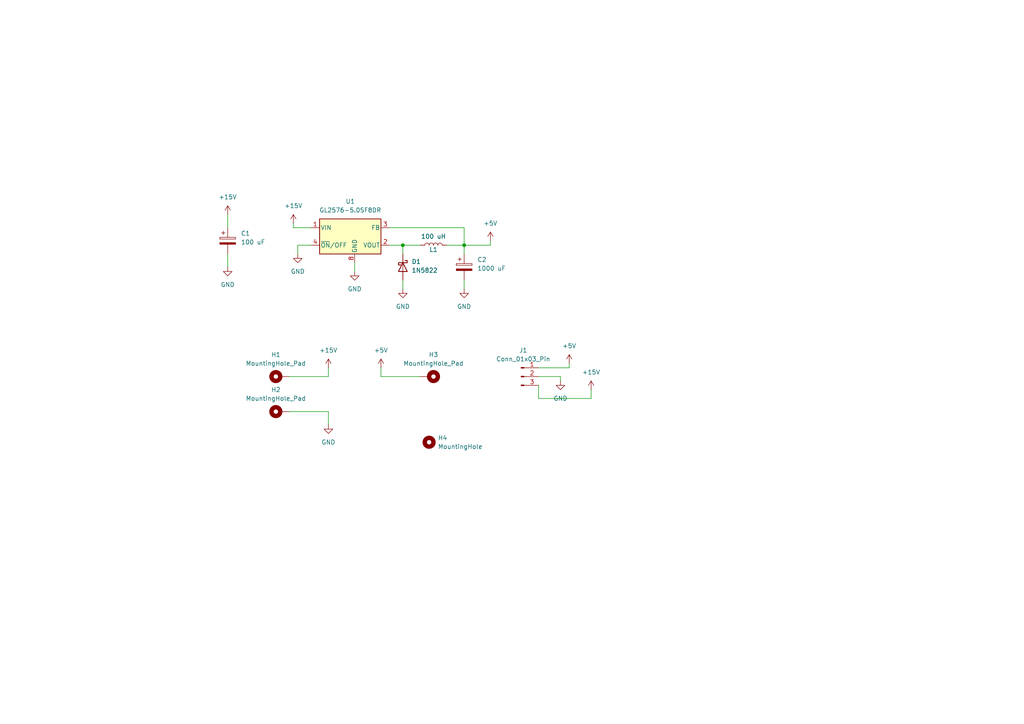
<source format=kicad_sch>
(kicad_sch
	(version 20231120)
	(generator "eeschema")
	(generator_version "8.0")
	(uuid "e6a6688a-9d69-4f30-b576-9737b846e164")
	(paper "A4")
	(lib_symbols
		(symbol "Connector:Conn_01x03_Pin"
			(pin_names
				(offset 1.016) hide)
			(exclude_from_sim no)
			(in_bom yes)
			(on_board yes)
			(property "Reference" "J"
				(at 0 5.08 0)
				(effects
					(font
						(size 1.27 1.27)
					)
				)
			)
			(property "Value" "Conn_01x03_Pin"
				(at 0 -5.08 0)
				(effects
					(font
						(size 1.27 1.27)
					)
				)
			)
			(property "Footprint" ""
				(at 0 0 0)
				(effects
					(font
						(size 1.27 1.27)
					)
					(hide yes)
				)
			)
			(property "Datasheet" "~"
				(at 0 0 0)
				(effects
					(font
						(size 1.27 1.27)
					)
					(hide yes)
				)
			)
			(property "Description" "Generic connector, single row, 01x03, script generated"
				(at 0 0 0)
				(effects
					(font
						(size 1.27 1.27)
					)
					(hide yes)
				)
			)
			(property "ki_locked" ""
				(at 0 0 0)
				(effects
					(font
						(size 1.27 1.27)
					)
				)
			)
			(property "ki_keywords" "connector"
				(at 0 0 0)
				(effects
					(font
						(size 1.27 1.27)
					)
					(hide yes)
				)
			)
			(property "ki_fp_filters" "Connector*:*_1x??_*"
				(at 0 0 0)
				(effects
					(font
						(size 1.27 1.27)
					)
					(hide yes)
				)
			)
			(symbol "Conn_01x03_Pin_1_1"
				(polyline
					(pts
						(xy 1.27 -2.54) (xy 0.8636 -2.54)
					)
					(stroke
						(width 0.1524)
						(type default)
					)
					(fill
						(type none)
					)
				)
				(polyline
					(pts
						(xy 1.27 0) (xy 0.8636 0)
					)
					(stroke
						(width 0.1524)
						(type default)
					)
					(fill
						(type none)
					)
				)
				(polyline
					(pts
						(xy 1.27 2.54) (xy 0.8636 2.54)
					)
					(stroke
						(width 0.1524)
						(type default)
					)
					(fill
						(type none)
					)
				)
				(rectangle
					(start 0.8636 -2.413)
					(end 0 -2.667)
					(stroke
						(width 0.1524)
						(type default)
					)
					(fill
						(type outline)
					)
				)
				(rectangle
					(start 0.8636 0.127)
					(end 0 -0.127)
					(stroke
						(width 0.1524)
						(type default)
					)
					(fill
						(type outline)
					)
				)
				(rectangle
					(start 0.8636 2.667)
					(end 0 2.413)
					(stroke
						(width 0.1524)
						(type default)
					)
					(fill
						(type outline)
					)
				)
				(pin passive line
					(at 5.08 2.54 180)
					(length 3.81)
					(name "Pin_1"
						(effects
							(font
								(size 1.27 1.27)
							)
						)
					)
					(number "1"
						(effects
							(font
								(size 1.27 1.27)
							)
						)
					)
				)
				(pin passive line
					(at 5.08 0 180)
					(length 3.81)
					(name "Pin_2"
						(effects
							(font
								(size 1.27 1.27)
							)
						)
					)
					(number "2"
						(effects
							(font
								(size 1.27 1.27)
							)
						)
					)
				)
				(pin passive line
					(at 5.08 -2.54 180)
					(length 3.81)
					(name "Pin_3"
						(effects
							(font
								(size 1.27 1.27)
							)
						)
					)
					(number "3"
						(effects
							(font
								(size 1.27 1.27)
							)
						)
					)
				)
			)
		)
		(symbol "Device:C_Polarized"
			(pin_numbers hide)
			(pin_names
				(offset 0.254)
			)
			(exclude_from_sim no)
			(in_bom yes)
			(on_board yes)
			(property "Reference" "C"
				(at 0.635 2.54 0)
				(effects
					(font
						(size 1.27 1.27)
					)
					(justify left)
				)
			)
			(property "Value" "C_Polarized"
				(at 0.635 -2.54 0)
				(effects
					(font
						(size 1.27 1.27)
					)
					(justify left)
				)
			)
			(property "Footprint" ""
				(at 0.9652 -3.81 0)
				(effects
					(font
						(size 1.27 1.27)
					)
					(hide yes)
				)
			)
			(property "Datasheet" "~"
				(at 0 0 0)
				(effects
					(font
						(size 1.27 1.27)
					)
					(hide yes)
				)
			)
			(property "Description" "Polarized capacitor"
				(at 0 0 0)
				(effects
					(font
						(size 1.27 1.27)
					)
					(hide yes)
				)
			)
			(property "ki_keywords" "cap capacitor"
				(at 0 0 0)
				(effects
					(font
						(size 1.27 1.27)
					)
					(hide yes)
				)
			)
			(property "ki_fp_filters" "CP_*"
				(at 0 0 0)
				(effects
					(font
						(size 1.27 1.27)
					)
					(hide yes)
				)
			)
			(symbol "C_Polarized_0_1"
				(rectangle
					(start -2.286 0.508)
					(end 2.286 1.016)
					(stroke
						(width 0)
						(type default)
					)
					(fill
						(type none)
					)
				)
				(polyline
					(pts
						(xy -1.778 2.286) (xy -0.762 2.286)
					)
					(stroke
						(width 0)
						(type default)
					)
					(fill
						(type none)
					)
				)
				(polyline
					(pts
						(xy -1.27 2.794) (xy -1.27 1.778)
					)
					(stroke
						(width 0)
						(type default)
					)
					(fill
						(type none)
					)
				)
				(rectangle
					(start 2.286 -0.508)
					(end -2.286 -1.016)
					(stroke
						(width 0)
						(type default)
					)
					(fill
						(type outline)
					)
				)
			)
			(symbol "C_Polarized_1_1"
				(pin passive line
					(at 0 3.81 270)
					(length 2.794)
					(name "~"
						(effects
							(font
								(size 1.27 1.27)
							)
						)
					)
					(number "1"
						(effects
							(font
								(size 1.27 1.27)
							)
						)
					)
				)
				(pin passive line
					(at 0 -3.81 90)
					(length 2.794)
					(name "~"
						(effects
							(font
								(size 1.27 1.27)
							)
						)
					)
					(number "2"
						(effects
							(font
								(size 1.27 1.27)
							)
						)
					)
				)
			)
		)
		(symbol "Device:L"
			(pin_numbers hide)
			(pin_names
				(offset 1.016) hide)
			(exclude_from_sim no)
			(in_bom yes)
			(on_board yes)
			(property "Reference" "L"
				(at -1.27 0 90)
				(effects
					(font
						(size 1.27 1.27)
					)
				)
			)
			(property "Value" "L"
				(at 1.905 0 90)
				(effects
					(font
						(size 1.27 1.27)
					)
				)
			)
			(property "Footprint" ""
				(at 0 0 0)
				(effects
					(font
						(size 1.27 1.27)
					)
					(hide yes)
				)
			)
			(property "Datasheet" "~"
				(at 0 0 0)
				(effects
					(font
						(size 1.27 1.27)
					)
					(hide yes)
				)
			)
			(property "Description" "Inductor"
				(at 0 0 0)
				(effects
					(font
						(size 1.27 1.27)
					)
					(hide yes)
				)
			)
			(property "ki_keywords" "inductor choke coil reactor magnetic"
				(at 0 0 0)
				(effects
					(font
						(size 1.27 1.27)
					)
					(hide yes)
				)
			)
			(property "ki_fp_filters" "Choke_* *Coil* Inductor_* L_*"
				(at 0 0 0)
				(effects
					(font
						(size 1.27 1.27)
					)
					(hide yes)
				)
			)
			(symbol "L_0_1"
				(arc
					(start 0 -2.54)
					(mid 0.6323 -1.905)
					(end 0 -1.27)
					(stroke
						(width 0)
						(type default)
					)
					(fill
						(type none)
					)
				)
				(arc
					(start 0 -1.27)
					(mid 0.6323 -0.635)
					(end 0 0)
					(stroke
						(width 0)
						(type default)
					)
					(fill
						(type none)
					)
				)
				(arc
					(start 0 0)
					(mid 0.6323 0.635)
					(end 0 1.27)
					(stroke
						(width 0)
						(type default)
					)
					(fill
						(type none)
					)
				)
				(arc
					(start 0 1.27)
					(mid 0.6323 1.905)
					(end 0 2.54)
					(stroke
						(width 0)
						(type default)
					)
					(fill
						(type none)
					)
				)
			)
			(symbol "L_1_1"
				(pin passive line
					(at 0 3.81 270)
					(length 1.27)
					(name "1"
						(effects
							(font
								(size 1.27 1.27)
							)
						)
					)
					(number "1"
						(effects
							(font
								(size 1.27 1.27)
							)
						)
					)
				)
				(pin passive line
					(at 0 -3.81 90)
					(length 1.27)
					(name "2"
						(effects
							(font
								(size 1.27 1.27)
							)
						)
					)
					(number "2"
						(effects
							(font
								(size 1.27 1.27)
							)
						)
					)
				)
			)
		)
		(symbol "Diode:1N5822"
			(pin_numbers hide)
			(pin_names
				(offset 1.016) hide)
			(exclude_from_sim no)
			(in_bom yes)
			(on_board yes)
			(property "Reference" "D"
				(at 0 2.54 0)
				(effects
					(font
						(size 1.27 1.27)
					)
				)
			)
			(property "Value" "1N5822"
				(at 0 -2.54 0)
				(effects
					(font
						(size 1.27 1.27)
					)
				)
			)
			(property "Footprint" "Diode_THT:D_DO-201AD_P15.24mm_Horizontal"
				(at 0 -4.445 0)
				(effects
					(font
						(size 1.27 1.27)
					)
					(hide yes)
				)
			)
			(property "Datasheet" "http://www.vishay.com/docs/88526/1n5820.pdf"
				(at 0 0 0)
				(effects
					(font
						(size 1.27 1.27)
					)
					(hide yes)
				)
			)
			(property "Description" "40V 3A Schottky Barrier Rectifier Diode, DO-201AD"
				(at 0 0 0)
				(effects
					(font
						(size 1.27 1.27)
					)
					(hide yes)
				)
			)
			(property "ki_keywords" "diode Schottky"
				(at 0 0 0)
				(effects
					(font
						(size 1.27 1.27)
					)
					(hide yes)
				)
			)
			(property "ki_fp_filters" "D*DO?201AD*"
				(at 0 0 0)
				(effects
					(font
						(size 1.27 1.27)
					)
					(hide yes)
				)
			)
			(symbol "1N5822_0_1"
				(polyline
					(pts
						(xy 1.27 0) (xy -1.27 0)
					)
					(stroke
						(width 0)
						(type default)
					)
					(fill
						(type none)
					)
				)
				(polyline
					(pts
						(xy 1.27 1.27) (xy 1.27 -1.27) (xy -1.27 0) (xy 1.27 1.27)
					)
					(stroke
						(width 0.254)
						(type default)
					)
					(fill
						(type none)
					)
				)
				(polyline
					(pts
						(xy -1.905 0.635) (xy -1.905 1.27) (xy -1.27 1.27) (xy -1.27 -1.27) (xy -0.635 -1.27) (xy -0.635 -0.635)
					)
					(stroke
						(width 0.254)
						(type default)
					)
					(fill
						(type none)
					)
				)
			)
			(symbol "1N5822_1_1"
				(pin passive line
					(at -3.81 0 0)
					(length 2.54)
					(name "K"
						(effects
							(font
								(size 1.27 1.27)
							)
						)
					)
					(number "1"
						(effects
							(font
								(size 1.27 1.27)
							)
						)
					)
				)
				(pin passive line
					(at 3.81 0 180)
					(length 2.54)
					(name "A"
						(effects
							(font
								(size 1.27 1.27)
							)
						)
					)
					(number "2"
						(effects
							(font
								(size 1.27 1.27)
							)
						)
					)
				)
			)
		)
		(symbol "Mechanical:MountingHole"
			(pin_names
				(offset 1.016)
			)
			(exclude_from_sim yes)
			(in_bom no)
			(on_board yes)
			(property "Reference" "H"
				(at 0 5.08 0)
				(effects
					(font
						(size 1.27 1.27)
					)
				)
			)
			(property "Value" "MountingHole"
				(at 0 3.175 0)
				(effects
					(font
						(size 1.27 1.27)
					)
				)
			)
			(property "Footprint" ""
				(at 0 0 0)
				(effects
					(font
						(size 1.27 1.27)
					)
					(hide yes)
				)
			)
			(property "Datasheet" "~"
				(at 0 0 0)
				(effects
					(font
						(size 1.27 1.27)
					)
					(hide yes)
				)
			)
			(property "Description" "Mounting Hole without connection"
				(at 0 0 0)
				(effects
					(font
						(size 1.27 1.27)
					)
					(hide yes)
				)
			)
			(property "ki_keywords" "mounting hole"
				(at 0 0 0)
				(effects
					(font
						(size 1.27 1.27)
					)
					(hide yes)
				)
			)
			(property "ki_fp_filters" "MountingHole*"
				(at 0 0 0)
				(effects
					(font
						(size 1.27 1.27)
					)
					(hide yes)
				)
			)
			(symbol "MountingHole_0_1"
				(circle
					(center 0 0)
					(radius 1.27)
					(stroke
						(width 1.27)
						(type default)
					)
					(fill
						(type none)
					)
				)
			)
		)
		(symbol "Mechanical:MountingHole_Pad"
			(pin_numbers hide)
			(pin_names
				(offset 1.016) hide)
			(exclude_from_sim yes)
			(in_bom no)
			(on_board yes)
			(property "Reference" "H"
				(at 0 6.35 0)
				(effects
					(font
						(size 1.27 1.27)
					)
				)
			)
			(property "Value" "MountingHole_Pad"
				(at 0 4.445 0)
				(effects
					(font
						(size 1.27 1.27)
					)
				)
			)
			(property "Footprint" ""
				(at 0 0 0)
				(effects
					(font
						(size 1.27 1.27)
					)
					(hide yes)
				)
			)
			(property "Datasheet" "~"
				(at 0 0 0)
				(effects
					(font
						(size 1.27 1.27)
					)
					(hide yes)
				)
			)
			(property "Description" "Mounting Hole with connection"
				(at 0 0 0)
				(effects
					(font
						(size 1.27 1.27)
					)
					(hide yes)
				)
			)
			(property "ki_keywords" "mounting hole"
				(at 0 0 0)
				(effects
					(font
						(size 1.27 1.27)
					)
					(hide yes)
				)
			)
			(property "ki_fp_filters" "MountingHole*Pad*"
				(at 0 0 0)
				(effects
					(font
						(size 1.27 1.27)
					)
					(hide yes)
				)
			)
			(symbol "MountingHole_Pad_0_1"
				(circle
					(center 0 1.27)
					(radius 1.27)
					(stroke
						(width 1.27)
						(type default)
					)
					(fill
						(type none)
					)
				)
			)
			(symbol "MountingHole_Pad_1_1"
				(pin input line
					(at 0 -2.54 90)
					(length 2.54)
					(name "1"
						(effects
							(font
								(size 1.27 1.27)
							)
						)
					)
					(number "1"
						(effects
							(font
								(size 1.27 1.27)
							)
						)
					)
				)
			)
		)
		(symbol "Regulator_Switching:GL2576-5.0SF8DR"
			(pin_names
				(offset 0.254)
			)
			(exclude_from_sim no)
			(in_bom yes)
			(on_board yes)
			(property "Reference" "U"
				(at -10.16 6.35 0)
				(effects
					(font
						(size 1.27 1.27)
					)
					(justify left)
				)
			)
			(property "Value" "GL2576-5.0SF8DR"
				(at 0 6.35 0)
				(effects
					(font
						(size 1.27 1.27)
					)
					(justify left)
				)
			)
			(property "Footprint" "Package_SO:SOIC-8_3.9x4.9mm_P1.27mm"
				(at 1.27 -6.35 0)
				(effects
					(font
						(size 1.27 1.27)
						(italic yes)
					)
					(justify left)
					(hide yes)
				)
			)
			(property "Datasheet" "http://www.dianyuan.com/bbs/u/54/437861181916300.pdf"
				(at 2.54 0 0)
				(effects
					(font
						(size 1.27 1.27)
					)
					(hide yes)
				)
			)
			(property "Description" "5V 3A, 52KHz Step Down Converter, SO-8"
				(at 0 0 0)
				(effects
					(font
						(size 1.27 1.27)
					)
					(hide yes)
				)
			)
			(property "ki_keywords" "5V 3A 52KHz Buck DC/DC"
				(at 0 0 0)
				(effects
					(font
						(size 1.27 1.27)
					)
					(hide yes)
				)
			)
			(property "ki_fp_filters" "SOIC*3.9x4.9mm*P1.27mm*"
				(at 0 0 0)
				(effects
					(font
						(size 1.27 1.27)
					)
					(hide yes)
				)
			)
			(symbol "GL2576-5.0SF8DR_0_1"
				(rectangle
					(start -10.16 5.08)
					(end 7.62 -5.08)
					(stroke
						(width 0.254)
						(type default)
					)
					(fill
						(type background)
					)
				)
			)
			(symbol "GL2576-5.0SF8DR_1_1"
				(pin power_in line
					(at -12.7 2.54 0)
					(length 2.54)
					(name "VIN"
						(effects
							(font
								(size 1.27 1.27)
							)
						)
					)
					(number "1"
						(effects
							(font
								(size 1.27 1.27)
							)
						)
					)
				)
				(pin output line
					(at 10.16 -2.54 180)
					(length 2.54)
					(name "VOUT"
						(effects
							(font
								(size 1.27 1.27)
							)
						)
					)
					(number "2"
						(effects
							(font
								(size 1.27 1.27)
							)
						)
					)
				)
				(pin passive line
					(at 10.16 2.54 180)
					(length 2.54)
					(name "FB"
						(effects
							(font
								(size 1.27 1.27)
							)
						)
					)
					(number "3"
						(effects
							(font
								(size 1.27 1.27)
							)
						)
					)
				)
				(pin input line
					(at -12.7 -2.54 0)
					(length 2.54)
					(name "~{ON}/OFF"
						(effects
							(font
								(size 1.27 1.27)
							)
						)
					)
					(number "4"
						(effects
							(font
								(size 1.27 1.27)
							)
						)
					)
				)
				(pin passive line
					(at 0 -7.62 90)
					(length 2.54) hide
					(name "GND"
						(effects
							(font
								(size 1.27 1.27)
							)
						)
					)
					(number "5"
						(effects
							(font
								(size 1.27 1.27)
							)
						)
					)
				)
				(pin passive line
					(at 0 -7.62 90)
					(length 2.54) hide
					(name "GND"
						(effects
							(font
								(size 1.27 1.27)
							)
						)
					)
					(number "6"
						(effects
							(font
								(size 1.27 1.27)
							)
						)
					)
				)
				(pin passive line
					(at 0 -7.62 90)
					(length 2.54) hide
					(name "GND"
						(effects
							(font
								(size 1.27 1.27)
							)
						)
					)
					(number "7"
						(effects
							(font
								(size 1.27 1.27)
							)
						)
					)
				)
				(pin power_in line
					(at 0 -7.62 90)
					(length 2.54)
					(name "GND"
						(effects
							(font
								(size 1.27 1.27)
							)
						)
					)
					(number "8"
						(effects
							(font
								(size 1.27 1.27)
							)
						)
					)
				)
			)
		)
		(symbol "power:+15V"
			(power)
			(pin_numbers hide)
			(pin_names
				(offset 0) hide)
			(exclude_from_sim no)
			(in_bom yes)
			(on_board yes)
			(property "Reference" "#PWR"
				(at 0 -3.81 0)
				(effects
					(font
						(size 1.27 1.27)
					)
					(hide yes)
				)
			)
			(property "Value" "+15V"
				(at 0 3.556 0)
				(effects
					(font
						(size 1.27 1.27)
					)
				)
			)
			(property "Footprint" ""
				(at 0 0 0)
				(effects
					(font
						(size 1.27 1.27)
					)
					(hide yes)
				)
			)
			(property "Datasheet" ""
				(at 0 0 0)
				(effects
					(font
						(size 1.27 1.27)
					)
					(hide yes)
				)
			)
			(property "Description" "Power symbol creates a global label with name \"+15V\""
				(at 0 0 0)
				(effects
					(font
						(size 1.27 1.27)
					)
					(hide yes)
				)
			)
			(property "ki_keywords" "global power"
				(at 0 0 0)
				(effects
					(font
						(size 1.27 1.27)
					)
					(hide yes)
				)
			)
			(symbol "+15V_0_1"
				(polyline
					(pts
						(xy -0.762 1.27) (xy 0 2.54)
					)
					(stroke
						(width 0)
						(type default)
					)
					(fill
						(type none)
					)
				)
				(polyline
					(pts
						(xy 0 0) (xy 0 2.54)
					)
					(stroke
						(width 0)
						(type default)
					)
					(fill
						(type none)
					)
				)
				(polyline
					(pts
						(xy 0 2.54) (xy 0.762 1.27)
					)
					(stroke
						(width 0)
						(type default)
					)
					(fill
						(type none)
					)
				)
			)
			(symbol "+15V_1_1"
				(pin power_in line
					(at 0 0 90)
					(length 0)
					(name "~"
						(effects
							(font
								(size 1.27 1.27)
							)
						)
					)
					(number "1"
						(effects
							(font
								(size 1.27 1.27)
							)
						)
					)
				)
			)
		)
		(symbol "power:+5V"
			(power)
			(pin_numbers hide)
			(pin_names
				(offset 0) hide)
			(exclude_from_sim no)
			(in_bom yes)
			(on_board yes)
			(property "Reference" "#PWR"
				(at 0 -3.81 0)
				(effects
					(font
						(size 1.27 1.27)
					)
					(hide yes)
				)
			)
			(property "Value" "+5V"
				(at 0 3.556 0)
				(effects
					(font
						(size 1.27 1.27)
					)
				)
			)
			(property "Footprint" ""
				(at 0 0 0)
				(effects
					(font
						(size 1.27 1.27)
					)
					(hide yes)
				)
			)
			(property "Datasheet" ""
				(at 0 0 0)
				(effects
					(font
						(size 1.27 1.27)
					)
					(hide yes)
				)
			)
			(property "Description" "Power symbol creates a global label with name \"+5V\""
				(at 0 0 0)
				(effects
					(font
						(size 1.27 1.27)
					)
					(hide yes)
				)
			)
			(property "ki_keywords" "global power"
				(at 0 0 0)
				(effects
					(font
						(size 1.27 1.27)
					)
					(hide yes)
				)
			)
			(symbol "+5V_0_1"
				(polyline
					(pts
						(xy -0.762 1.27) (xy 0 2.54)
					)
					(stroke
						(width 0)
						(type default)
					)
					(fill
						(type none)
					)
				)
				(polyline
					(pts
						(xy 0 0) (xy 0 2.54)
					)
					(stroke
						(width 0)
						(type default)
					)
					(fill
						(type none)
					)
				)
				(polyline
					(pts
						(xy 0 2.54) (xy 0.762 1.27)
					)
					(stroke
						(width 0)
						(type default)
					)
					(fill
						(type none)
					)
				)
			)
			(symbol "+5V_1_1"
				(pin power_in line
					(at 0 0 90)
					(length 0)
					(name "~"
						(effects
							(font
								(size 1.27 1.27)
							)
						)
					)
					(number "1"
						(effects
							(font
								(size 1.27 1.27)
							)
						)
					)
				)
			)
		)
		(symbol "power:GND"
			(power)
			(pin_numbers hide)
			(pin_names
				(offset 0) hide)
			(exclude_from_sim no)
			(in_bom yes)
			(on_board yes)
			(property "Reference" "#PWR"
				(at 0 -6.35 0)
				(effects
					(font
						(size 1.27 1.27)
					)
					(hide yes)
				)
			)
			(property "Value" "GND"
				(at 0 -3.81 0)
				(effects
					(font
						(size 1.27 1.27)
					)
				)
			)
			(property "Footprint" ""
				(at 0 0 0)
				(effects
					(font
						(size 1.27 1.27)
					)
					(hide yes)
				)
			)
			(property "Datasheet" ""
				(at 0 0 0)
				(effects
					(font
						(size 1.27 1.27)
					)
					(hide yes)
				)
			)
			(property "Description" "Power symbol creates a global label with name \"GND\" , ground"
				(at 0 0 0)
				(effects
					(font
						(size 1.27 1.27)
					)
					(hide yes)
				)
			)
			(property "ki_keywords" "global power"
				(at 0 0 0)
				(effects
					(font
						(size 1.27 1.27)
					)
					(hide yes)
				)
			)
			(symbol "GND_0_1"
				(polyline
					(pts
						(xy 0 0) (xy 0 -1.27) (xy 1.27 -1.27) (xy 0 -2.54) (xy -1.27 -1.27) (xy 0 -1.27)
					)
					(stroke
						(width 0)
						(type default)
					)
					(fill
						(type none)
					)
				)
			)
			(symbol "GND_1_1"
				(pin power_in line
					(at 0 0 270)
					(length 0)
					(name "~"
						(effects
							(font
								(size 1.27 1.27)
							)
						)
					)
					(number "1"
						(effects
							(font
								(size 1.27 1.27)
							)
						)
					)
				)
			)
		)
	)
	(junction
		(at 134.62 71.12)
		(diameter 0)
		(color 0 0 0 0)
		(uuid "0091a30a-8fb3-4d0e-896e-e7fb4839afad")
	)
	(junction
		(at 116.84 71.12)
		(diameter 0)
		(color 0 0 0 0)
		(uuid "4a7f6c59-e0e2-4d4d-be6b-11185f41e617")
	)
	(wire
		(pts
			(xy 85.09 66.04) (xy 90.17 66.04)
		)
		(stroke
			(width 0)
			(type default)
		)
		(uuid "01a797df-2391-4f41-a5ac-7a2f8eeefe13")
	)
	(wire
		(pts
			(xy 113.03 71.12) (xy 116.84 71.12)
		)
		(stroke
			(width 0)
			(type default)
		)
		(uuid "0383fb1d-53b1-46cd-8413-c715b37c0d00")
	)
	(wire
		(pts
			(xy 156.21 115.57) (xy 171.45 115.57)
		)
		(stroke
			(width 0)
			(type default)
		)
		(uuid "07c45259-3afc-4f19-9a0a-38c22a1ff121")
	)
	(wire
		(pts
			(xy 66.04 62.23) (xy 66.04 66.04)
		)
		(stroke
			(width 0)
			(type default)
		)
		(uuid "0df7b956-59c2-446e-a417-656debbd6a3e")
	)
	(wire
		(pts
			(xy 95.25 119.38) (xy 95.25 123.19)
		)
		(stroke
			(width 0)
			(type default)
		)
		(uuid "113419ad-0080-48f6-a988-8b745d1da099")
	)
	(wire
		(pts
			(xy 165.1 106.68) (xy 165.1 105.41)
		)
		(stroke
			(width 0)
			(type default)
		)
		(uuid "13ef4f69-5769-450f-9371-110dc0743f06")
	)
	(wire
		(pts
			(xy 129.54 71.12) (xy 134.62 71.12)
		)
		(stroke
			(width 0)
			(type default)
		)
		(uuid "1a0b3570-464c-4030-a9f1-6bc08f086bd8")
	)
	(wire
		(pts
			(xy 156.21 106.68) (xy 165.1 106.68)
		)
		(stroke
			(width 0)
			(type default)
		)
		(uuid "2f48c119-26aa-4db9-bf77-899ea584d941")
	)
	(wire
		(pts
			(xy 116.84 71.12) (xy 121.92 71.12)
		)
		(stroke
			(width 0)
			(type default)
		)
		(uuid "31cd893f-332f-4070-806a-ac3880e45462")
	)
	(wire
		(pts
			(xy 113.03 66.04) (xy 134.62 66.04)
		)
		(stroke
			(width 0)
			(type default)
		)
		(uuid "40eae1cb-d079-4503-8f3c-2dc6c9af0bdb")
	)
	(wire
		(pts
			(xy 95.25 109.22) (xy 95.25 106.68)
		)
		(stroke
			(width 0)
			(type default)
		)
		(uuid "41fd2eb6-d092-49a5-963f-1a7112e3a5ac")
	)
	(wire
		(pts
			(xy 83.82 119.38) (xy 95.25 119.38)
		)
		(stroke
			(width 0)
			(type default)
		)
		(uuid "566c97a7-d240-47b8-adcd-66934f8e4629")
	)
	(wire
		(pts
			(xy 162.56 109.22) (xy 162.56 110.49)
		)
		(stroke
			(width 0)
			(type default)
		)
		(uuid "56b325b1-563c-4025-8985-bc70e1da5dd9")
	)
	(wire
		(pts
			(xy 86.36 71.12) (xy 90.17 71.12)
		)
		(stroke
			(width 0)
			(type default)
		)
		(uuid "5b14a357-3373-4e7c-841c-8981df6782d8")
	)
	(wire
		(pts
			(xy 121.92 109.22) (xy 110.49 109.22)
		)
		(stroke
			(width 0)
			(type default)
		)
		(uuid "66720b5e-92ff-4533-a62b-9572bec486ea")
	)
	(wire
		(pts
			(xy 142.24 71.12) (xy 134.62 71.12)
		)
		(stroke
			(width 0)
			(type default)
		)
		(uuid "717b6010-0415-432e-9cc0-725c2a739528")
	)
	(wire
		(pts
			(xy 86.36 73.66) (xy 86.36 71.12)
		)
		(stroke
			(width 0)
			(type default)
		)
		(uuid "7a3ce836-3bab-42fb-a125-6fc964d594c1")
	)
	(wire
		(pts
			(xy 134.62 73.66) (xy 134.62 71.12)
		)
		(stroke
			(width 0)
			(type default)
		)
		(uuid "7a6b14c9-5b6e-492e-95d0-079ba686d30b")
	)
	(wire
		(pts
			(xy 110.49 109.22) (xy 110.49 106.68)
		)
		(stroke
			(width 0)
			(type default)
		)
		(uuid "7a77ff26-ebcb-4c82-811b-26af3b49fabe")
	)
	(wire
		(pts
			(xy 116.84 71.12) (xy 116.84 73.66)
		)
		(stroke
			(width 0)
			(type default)
		)
		(uuid "7b8739a1-514d-4014-a11a-b5fb3123b660")
	)
	(wire
		(pts
			(xy 156.21 111.76) (xy 156.21 115.57)
		)
		(stroke
			(width 0)
			(type default)
		)
		(uuid "8b20e9e8-85b2-4999-8ac1-ca406e682e21")
	)
	(wire
		(pts
			(xy 142.24 69.85) (xy 142.24 71.12)
		)
		(stroke
			(width 0)
			(type default)
		)
		(uuid "9a301ae8-e378-4e20-9b2f-036a80df3d69")
	)
	(wire
		(pts
			(xy 171.45 113.03) (xy 171.45 115.57)
		)
		(stroke
			(width 0)
			(type default)
		)
		(uuid "a54d6ab0-15d8-4457-abd9-b361d383c366")
	)
	(wire
		(pts
			(xy 134.62 81.28) (xy 134.62 83.82)
		)
		(stroke
			(width 0)
			(type default)
		)
		(uuid "a697ed9e-68a0-4aed-90f4-1eabfb1ebfc7")
	)
	(wire
		(pts
			(xy 134.62 66.04) (xy 134.62 71.12)
		)
		(stroke
			(width 0)
			(type default)
		)
		(uuid "b045ef2c-f0fd-4670-9d3e-7dfadb174834")
	)
	(wire
		(pts
			(xy 156.21 109.22) (xy 162.56 109.22)
		)
		(stroke
			(width 0)
			(type default)
		)
		(uuid "c192cb7a-a82e-4f16-bce0-47991c980203")
	)
	(wire
		(pts
			(xy 83.82 109.22) (xy 95.25 109.22)
		)
		(stroke
			(width 0)
			(type default)
		)
		(uuid "d48a20db-36f6-4c0c-b9c8-012b29453d4f")
	)
	(wire
		(pts
			(xy 66.04 73.66) (xy 66.04 77.47)
		)
		(stroke
			(width 0)
			(type default)
		)
		(uuid "e01a0a7f-f014-4a90-967d-9ce2a235ea54")
	)
	(wire
		(pts
			(xy 116.84 81.28) (xy 116.84 83.82)
		)
		(stroke
			(width 0)
			(type default)
		)
		(uuid "f401734b-d3ee-44ef-a852-8a7e45453fa2")
	)
	(wire
		(pts
			(xy 85.09 64.77) (xy 85.09 66.04)
		)
		(stroke
			(width 0)
			(type default)
		)
		(uuid "f4a44325-ad33-4d6e-9194-5577a53bc0cc")
	)
	(wire
		(pts
			(xy 102.87 76.2) (xy 102.87 78.74)
		)
		(stroke
			(width 0)
			(type default)
		)
		(uuid "ffebe558-b91f-457d-94e1-46f673631518")
	)
	(symbol
		(lib_id "power:+5V")
		(at 110.49 106.68 0)
		(unit 1)
		(exclude_from_sim no)
		(in_bom yes)
		(on_board yes)
		(dnp no)
		(fields_autoplaced yes)
		(uuid "05123e95-69c0-445f-9c64-4fafd2073a84")
		(property "Reference" "#PWR08"
			(at 110.49 110.49 0)
			(effects
				(font
					(size 1.27 1.27)
				)
				(hide yes)
			)
		)
		(property "Value" "+5V"
			(at 110.49 101.6 0)
			(effects
				(font
					(size 1.27 1.27)
				)
			)
		)
		(property "Footprint" ""
			(at 110.49 106.68 0)
			(effects
				(font
					(size 1.27 1.27)
				)
				(hide yes)
			)
		)
		(property "Datasheet" ""
			(at 110.49 106.68 0)
			(effects
				(font
					(size 1.27 1.27)
				)
				(hide yes)
			)
		)
		(property "Description" "Power symbol creates a global label with name \"+5V\""
			(at 110.49 106.68 0)
			(effects
				(font
					(size 1.27 1.27)
				)
				(hide yes)
			)
		)
		(pin "1"
			(uuid "de6637c7-237b-497a-8ec1-0d3c8bb307ce")
		)
		(instances
			(project "5v Buck Pt ii"
				(path "/e6a6688a-9d69-4f30-b576-9737b846e164"
					(reference "#PWR08")
					(unit 1)
				)
			)
		)
	)
	(symbol
		(lib_id "Regulator_Switching:GL2576-5.0SF8DR")
		(at 102.87 68.58 0)
		(unit 1)
		(exclude_from_sim no)
		(in_bom yes)
		(on_board yes)
		(dnp no)
		(fields_autoplaced yes)
		(uuid "0db5b3c5-7d97-4b7b-b2fb-1f49585a41e9")
		(property "Reference" "U1"
			(at 101.6 58.42 0)
			(effects
				(font
					(size 1.27 1.27)
				)
			)
		)
		(property "Value" "GL2576-5.0SF8DR"
			(at 101.6 60.96 0)
			(effects
				(font
					(size 1.27 1.27)
				)
			)
		)
		(property "Footprint" "Package_SO:SOIC-8_3.9x4.9mm_P1.27mm"
			(at 104.14 74.93 0)
			(effects
				(font
					(size 1.27 1.27)
					(italic yes)
				)
				(justify left)
				(hide yes)
			)
		)
		(property "Datasheet" "http://www.dianyuan.com/bbs/u/54/437861181916300.pdf"
			(at 105.41 68.58 0)
			(effects
				(font
					(size 1.27 1.27)
				)
				(hide yes)
			)
		)
		(property "Description" "5V 3A, 52KHz Step Down Converter, SO-8"
			(at 102.87 68.58 0)
			(effects
				(font
					(size 1.27 1.27)
				)
				(hide yes)
			)
		)
		(pin "2"
			(uuid "926d8635-7405-43f9-868f-5c95cad8aafc")
		)
		(pin "6"
			(uuid "71e18cad-3a1d-4f3a-b30c-3663c9f4ca03")
		)
		(pin "4"
			(uuid "a3fb897d-0060-4589-806c-730fb9c99e48")
		)
		(pin "8"
			(uuid "2d020440-fc45-4831-b71b-8cf96d348da2")
		)
		(pin "3"
			(uuid "f2ade193-07a0-4b5b-a7e9-60303329aa72")
		)
		(pin "5"
			(uuid "1d74b924-68cf-4ca7-be8d-f01dfcea2bf2")
		)
		(pin "1"
			(uuid "52cd4cfb-6490-4b92-abfa-f7a3707c94e7")
		)
		(pin "7"
			(uuid "1f8c9264-40e6-4740-930f-3bb8f197df27")
		)
		(instances
			(project ""
				(path "/e6a6688a-9d69-4f30-b576-9737b846e164"
					(reference "U1")
					(unit 1)
				)
			)
		)
	)
	(symbol
		(lib_id "power:GND")
		(at 95.25 123.19 0)
		(unit 1)
		(exclude_from_sim no)
		(in_bom yes)
		(on_board yes)
		(dnp no)
		(fields_autoplaced yes)
		(uuid "100a3c5c-6abb-498f-a116-0aaf4fd53279")
		(property "Reference" "#PWR06"
			(at 95.25 129.54 0)
			(effects
				(font
					(size 1.27 1.27)
				)
				(hide yes)
			)
		)
		(property "Value" "GND"
			(at 95.25 128.27 0)
			(effects
				(font
					(size 1.27 1.27)
				)
			)
		)
		(property "Footprint" ""
			(at 95.25 123.19 0)
			(effects
				(font
					(size 1.27 1.27)
				)
				(hide yes)
			)
		)
		(property "Datasheet" ""
			(at 95.25 123.19 0)
			(effects
				(font
					(size 1.27 1.27)
				)
				(hide yes)
			)
		)
		(property "Description" "Power symbol creates a global label with name \"GND\" , ground"
			(at 95.25 123.19 0)
			(effects
				(font
					(size 1.27 1.27)
				)
				(hide yes)
			)
		)
		(pin "1"
			(uuid "2d4c08c1-6711-4089-a2f2-aa9e420d6de9")
		)
		(instances
			(project "5v Buck Pt ii"
				(path "/e6a6688a-9d69-4f30-b576-9737b846e164"
					(reference "#PWR06")
					(unit 1)
				)
			)
		)
	)
	(symbol
		(lib_id "power:+15V")
		(at 95.25 106.68 0)
		(unit 1)
		(exclude_from_sim no)
		(in_bom yes)
		(on_board yes)
		(dnp no)
		(fields_autoplaced yes)
		(uuid "10ae3a62-7315-404b-85a0-68233362c7c2")
		(property "Reference" "#PWR05"
			(at 95.25 110.49 0)
			(effects
				(font
					(size 1.27 1.27)
				)
				(hide yes)
			)
		)
		(property "Value" "+15V"
			(at 95.25 101.6 0)
			(effects
				(font
					(size 1.27 1.27)
				)
			)
		)
		(property "Footprint" ""
			(at 95.25 106.68 0)
			(effects
				(font
					(size 1.27 1.27)
				)
				(hide yes)
			)
		)
		(property "Datasheet" ""
			(at 95.25 106.68 0)
			(effects
				(font
					(size 1.27 1.27)
				)
				(hide yes)
			)
		)
		(property "Description" "Power symbol creates a global label with name \"+15V\""
			(at 95.25 106.68 0)
			(effects
				(font
					(size 1.27 1.27)
				)
				(hide yes)
			)
		)
		(pin "1"
			(uuid "2b298f8e-ca50-4875-ab80-8e781b6de26f")
		)
		(instances
			(project "5v Buck Pt ii"
				(path "/e6a6688a-9d69-4f30-b576-9737b846e164"
					(reference "#PWR05")
					(unit 1)
				)
			)
		)
	)
	(symbol
		(lib_id "Diode:1N5822")
		(at 116.84 77.47 270)
		(unit 1)
		(exclude_from_sim no)
		(in_bom yes)
		(on_board yes)
		(dnp no)
		(fields_autoplaced yes)
		(uuid "11d3d8f7-43e1-4e47-a85d-ade7165e9575")
		(property "Reference" "D1"
			(at 119.38 75.8824 90)
			(effects
				(font
					(size 1.27 1.27)
				)
				(justify left)
			)
		)
		(property "Value" "1N5822"
			(at 119.38 78.4224 90)
			(effects
				(font
					(size 1.27 1.27)
				)
				(justify left)
			)
		)
		(property "Footprint" "Diode_SMD:D_SMA-SMB_Universal_Handsoldering"
			(at 112.395 77.47 0)
			(effects
				(font
					(size 1.27 1.27)
				)
				(hide yes)
			)
		)
		(property "Datasheet" "http://www.vishay.com/docs/88526/1n5820.pdf"
			(at 116.84 77.47 0)
			(effects
				(font
					(size 1.27 1.27)
				)
				(hide yes)
			)
		)
		(property "Description" "40V 3A Schottky Barrier Rectifier Diode, DO-201AD"
			(at 116.84 77.47 0)
			(effects
				(font
					(size 1.27 1.27)
				)
				(hide yes)
			)
		)
		(pin "1"
			(uuid "7c324133-aeaa-46ef-a1c7-4742bf54d844")
		)
		(pin "2"
			(uuid "d67570fe-9461-47aa-9837-9a39cc91dd38")
		)
		(instances
			(project "5v Buck Pt ii"
				(path "/e6a6688a-9d69-4f30-b576-9737b846e164"
					(reference "D1")
					(unit 1)
				)
			)
		)
	)
	(symbol
		(lib_id "Mechanical:MountingHole_Pad")
		(at 124.46 109.22 270)
		(mirror x)
		(unit 1)
		(exclude_from_sim yes)
		(in_bom no)
		(on_board yes)
		(dnp no)
		(fields_autoplaced yes)
		(uuid "2deccde2-2b34-483c-9fd8-2214ccf7085d")
		(property "Reference" "H3"
			(at 125.73 102.87 90)
			(effects
				(font
					(size 1.27 1.27)
				)
			)
		)
		(property "Value" "MountingHole_Pad"
			(at 125.73 105.41 90)
			(effects
				(font
					(size 1.27 1.27)
				)
			)
		)
		(property "Footprint" "MountingHole:MountingHole_3.2mm_M3_DIN965_Pad"
			(at 124.46 109.22 0)
			(effects
				(font
					(size 1.27 1.27)
				)
				(hide yes)
			)
		)
		(property "Datasheet" "~"
			(at 124.46 109.22 0)
			(effects
				(font
					(size 1.27 1.27)
				)
				(hide yes)
			)
		)
		(property "Description" "Mounting Hole with connection"
			(at 124.46 109.22 0)
			(effects
				(font
					(size 1.27 1.27)
				)
				(hide yes)
			)
		)
		(pin "1"
			(uuid "fc2bc202-8cd8-4393-9ea6-215b221b913a")
		)
		(instances
			(project "5v Buck Pt ii"
				(path "/e6a6688a-9d69-4f30-b576-9737b846e164"
					(reference "H3")
					(unit 1)
				)
			)
		)
	)
	(symbol
		(lib_id "power:GND")
		(at 134.62 83.82 0)
		(unit 1)
		(exclude_from_sim no)
		(in_bom yes)
		(on_board yes)
		(dnp no)
		(fields_autoplaced yes)
		(uuid "312fe168-7807-4018-9e4f-c4e489a80a97")
		(property "Reference" "#PWR011"
			(at 134.62 90.17 0)
			(effects
				(font
					(size 1.27 1.27)
				)
				(hide yes)
			)
		)
		(property "Value" "GND"
			(at 134.62 88.9 0)
			(effects
				(font
					(size 1.27 1.27)
				)
			)
		)
		(property "Footprint" ""
			(at 134.62 83.82 0)
			(effects
				(font
					(size 1.27 1.27)
				)
				(hide yes)
			)
		)
		(property "Datasheet" ""
			(at 134.62 83.82 0)
			(effects
				(font
					(size 1.27 1.27)
				)
				(hide yes)
			)
		)
		(property "Description" "Power symbol creates a global label with name \"GND\" , ground"
			(at 134.62 83.82 0)
			(effects
				(font
					(size 1.27 1.27)
				)
				(hide yes)
			)
		)
		(pin "1"
			(uuid "2bc18742-420e-436f-a608-91d4014e28e3")
		)
		(instances
			(project "5v Buck Pt ii"
				(path "/e6a6688a-9d69-4f30-b576-9737b846e164"
					(reference "#PWR011")
					(unit 1)
				)
			)
		)
	)
	(symbol
		(lib_id "Device:L")
		(at 125.73 71.12 90)
		(unit 1)
		(exclude_from_sim no)
		(in_bom yes)
		(on_board yes)
		(dnp no)
		(uuid "3789f4d6-f2a3-446d-b339-a27185615cd2")
		(property "Reference" "L1"
			(at 125.73 72.39 90)
			(effects
				(font
					(size 1.27 1.27)
				)
			)
		)
		(property "Value" "100 uH"
			(at 125.73 68.58 90)
			(effects
				(font
					(size 1.27 1.27)
				)
			)
		)
		(property "Footprint" "Inductor_SMD:L_Wuerth_HCI-5040"
			(at 125.73 71.12 0)
			(effects
				(font
					(size 1.27 1.27)
				)
				(hide yes)
			)
		)
		(property "Datasheet" "https://www.lcsc.com/product-detail/Inductors-SMD_XR-XRCD53-101K_C7462910.html"
			(at 125.73 71.12 0)
			(effects
				(font
					(size 1.27 1.27)
				)
				(hide yes)
			)
		)
		(property "Description" "Inductor"
			(at 125.73 71.12 0)
			(effects
				(font
					(size 1.27 1.27)
				)
				(hide yes)
			)
		)
		(pin "2"
			(uuid "3cb7f219-a6d4-42e4-82de-922cee5b5d64")
		)
		(pin "1"
			(uuid "a6e2de31-009f-43d2-8a11-cd7ceea0a3ba")
		)
		(instances
			(project "5v Buck Pt ii"
				(path "/e6a6688a-9d69-4f30-b576-9737b846e164"
					(reference "L1")
					(unit 1)
				)
			)
		)
	)
	(symbol
		(lib_id "power:GND")
		(at 162.56 110.49 0)
		(mirror y)
		(unit 1)
		(exclude_from_sim no)
		(in_bom yes)
		(on_board yes)
		(dnp no)
		(fields_autoplaced yes)
		(uuid "3f62fb54-547d-4e97-9f4b-b9ec225990dc")
		(property "Reference" "#PWR015"
			(at 162.56 116.84 0)
			(effects
				(font
					(size 1.27 1.27)
				)
				(hide yes)
			)
		)
		(property "Value" "GND"
			(at 162.56 115.57 0)
			(effects
				(font
					(size 1.27 1.27)
				)
			)
		)
		(property "Footprint" ""
			(at 162.56 110.49 0)
			(effects
				(font
					(size 1.27 1.27)
				)
				(hide yes)
			)
		)
		(property "Datasheet" ""
			(at 162.56 110.49 0)
			(effects
				(font
					(size 1.27 1.27)
				)
				(hide yes)
			)
		)
		(property "Description" "Power symbol creates a global label with name \"GND\" , ground"
			(at 162.56 110.49 0)
			(effects
				(font
					(size 1.27 1.27)
				)
				(hide yes)
			)
		)
		(pin "1"
			(uuid "996fb61b-fa61-4146-bac5-4a4bf21c10f3")
		)
		(instances
			(project "5v Buck Pt ii"
				(path "/e6a6688a-9d69-4f30-b576-9737b846e164"
					(reference "#PWR015")
					(unit 1)
				)
			)
		)
	)
	(symbol
		(lib_id "Device:C_Polarized")
		(at 66.04 69.85 0)
		(unit 1)
		(exclude_from_sim no)
		(in_bom yes)
		(on_board yes)
		(dnp no)
		(fields_autoplaced yes)
		(uuid "5320a306-62cd-45da-876e-e678118de509")
		(property "Reference" "C1"
			(at 69.85 67.6909 0)
			(effects
				(font
					(size 1.27 1.27)
				)
				(justify left)
			)
		)
		(property "Value" "100 uF"
			(at 69.85 70.2309 0)
			(effects
				(font
					(size 1.27 1.27)
				)
				(justify left)
			)
		)
		(property "Footprint" "Capacitor_SMD:CP_Elec_6.3x5.4_Nichicon"
			(at 67.0052 73.66 0)
			(effects
				(font
					(size 1.27 1.27)
				)
				(hide yes)
			)
		)
		(property "Datasheet" "https://www.lcsc.com/product-detail/Aluminum-Electrolytic-Capacitors-SMD_ROQANG-RVT1V101M0607_C72478.html"
			(at 66.04 69.85 0)
			(effects
				(font
					(size 1.27 1.27)
				)
				(hide yes)
			)
		)
		(property "Description" "Polarized capacitor"
			(at 66.04 69.85 0)
			(effects
				(font
					(size 1.27 1.27)
				)
				(hide yes)
			)
		)
		(pin "2"
			(uuid "1b6cbb8c-7ed8-4723-8067-5af8b6a96f34")
		)
		(pin "1"
			(uuid "62d8a63f-74f6-4444-88b5-09871a08c1fc")
		)
		(instances
			(project "5v Buck Pt ii"
				(path "/e6a6688a-9d69-4f30-b576-9737b846e164"
					(reference "C1")
					(unit 1)
				)
			)
		)
	)
	(symbol
		(lib_id "power:GND")
		(at 102.87 78.74 0)
		(unit 1)
		(exclude_from_sim no)
		(in_bom yes)
		(on_board yes)
		(dnp no)
		(fields_autoplaced yes)
		(uuid "5602bb71-09b2-49e7-8701-36679e4e1741")
		(property "Reference" "#PWR07"
			(at 102.87 85.09 0)
			(effects
				(font
					(size 1.27 1.27)
				)
				(hide yes)
			)
		)
		(property "Value" "GND"
			(at 102.87 83.82 0)
			(effects
				(font
					(size 1.27 1.27)
				)
			)
		)
		(property "Footprint" ""
			(at 102.87 78.74 0)
			(effects
				(font
					(size 1.27 1.27)
				)
				(hide yes)
			)
		)
		(property "Datasheet" ""
			(at 102.87 78.74 0)
			(effects
				(font
					(size 1.27 1.27)
				)
				(hide yes)
			)
		)
		(property "Description" "Power symbol creates a global label with name \"GND\" , ground"
			(at 102.87 78.74 0)
			(effects
				(font
					(size 1.27 1.27)
				)
				(hide yes)
			)
		)
		(pin "1"
			(uuid "0fdd6593-ddaa-44f7-a773-65afe2e12912")
		)
		(instances
			(project "5v Buck Pt ii"
				(path "/e6a6688a-9d69-4f30-b576-9737b846e164"
					(reference "#PWR07")
					(unit 1)
				)
			)
		)
	)
	(symbol
		(lib_id "Mechanical:MountingHole_Pad")
		(at 81.28 119.38 90)
		(unit 1)
		(exclude_from_sim yes)
		(in_bom no)
		(on_board yes)
		(dnp no)
		(fields_autoplaced yes)
		(uuid "5a2d9927-18e6-4383-beba-649ba6615fc6")
		(property "Reference" "H2"
			(at 80.01 113.03 90)
			(effects
				(font
					(size 1.27 1.27)
				)
			)
		)
		(property "Value" "MountingHole_Pad"
			(at 80.01 115.57 90)
			(effects
				(font
					(size 1.27 1.27)
				)
			)
		)
		(property "Footprint" "MountingHole:MountingHole_3.2mm_M3_DIN965_Pad"
			(at 81.28 119.38 0)
			(effects
				(font
					(size 1.27 1.27)
				)
				(hide yes)
			)
		)
		(property "Datasheet" "~"
			(at 81.28 119.38 0)
			(effects
				(font
					(size 1.27 1.27)
				)
				(hide yes)
			)
		)
		(property "Description" "Mounting Hole with connection"
			(at 81.28 119.38 0)
			(effects
				(font
					(size 1.27 1.27)
				)
				(hide yes)
			)
		)
		(pin "1"
			(uuid "39ce417e-1114-4f9b-8a46-88d9e500368d")
		)
		(instances
			(project "5v Buck Pt ii"
				(path "/e6a6688a-9d69-4f30-b576-9737b846e164"
					(reference "H2")
					(unit 1)
				)
			)
		)
	)
	(symbol
		(lib_id "Connector:Conn_01x03_Pin")
		(at 151.13 109.22 0)
		(unit 1)
		(exclude_from_sim no)
		(in_bom yes)
		(on_board yes)
		(dnp no)
		(fields_autoplaced yes)
		(uuid "667c877e-2fb6-4075-9acc-5a20883079a0")
		(property "Reference" "J1"
			(at 151.765 101.6 0)
			(effects
				(font
					(size 1.27 1.27)
				)
			)
		)
		(property "Value" "Conn_01x03_Pin"
			(at 151.765 104.14 0)
			(effects
				(font
					(size 1.27 1.27)
				)
			)
		)
		(property "Footprint" "Castillation:cast"
			(at 151.13 109.22 0)
			(effects
				(font
					(size 1.27 1.27)
				)
				(hide yes)
			)
		)
		(property "Datasheet" "~"
			(at 151.13 109.22 0)
			(effects
				(font
					(size 1.27 1.27)
				)
				(hide yes)
			)
		)
		(property "Description" "Generic connector, single row, 01x03, script generated"
			(at 151.13 109.22 0)
			(effects
				(font
					(size 1.27 1.27)
				)
				(hide yes)
			)
		)
		(pin "2"
			(uuid "f653b231-6198-469f-9a01-16c5964cd5ca")
		)
		(pin "3"
			(uuid "c3c12995-dd48-46c0-aea6-ce5fc7101f52")
		)
		(pin "1"
			(uuid "41d270dc-3621-471b-b09c-4b40de28abea")
		)
		(instances
			(project ""
				(path "/e6a6688a-9d69-4f30-b576-9737b846e164"
					(reference "J1")
					(unit 1)
				)
			)
		)
	)
	(symbol
		(lib_id "Mechanical:MountingHole")
		(at 124.46 128.27 0)
		(unit 1)
		(exclude_from_sim yes)
		(in_bom no)
		(on_board yes)
		(dnp no)
		(fields_autoplaced yes)
		(uuid "68b36aaa-0f52-47ef-b12a-40f6467f9622")
		(property "Reference" "H4"
			(at 127 126.9999 0)
			(effects
				(font
					(size 1.27 1.27)
				)
				(justify left)
			)
		)
		(property "Value" "MountingHole"
			(at 127 129.5399 0)
			(effects
				(font
					(size 1.27 1.27)
				)
				(justify left)
			)
		)
		(property "Footprint" "MountingHole:MountingHole_2.7mm_M2.5"
			(at 124.46 128.27 0)
			(effects
				(font
					(size 1.27 1.27)
				)
				(hide yes)
			)
		)
		(property "Datasheet" "~"
			(at 124.46 128.27 0)
			(effects
				(font
					(size 1.27 1.27)
				)
				(hide yes)
			)
		)
		(property "Description" "Mounting Hole without connection"
			(at 124.46 128.27 0)
			(effects
				(font
					(size 1.27 1.27)
				)
				(hide yes)
			)
		)
		(instances
			(project ""
				(path "/e6a6688a-9d69-4f30-b576-9737b846e164"
					(reference "H4")
					(unit 1)
				)
			)
		)
	)
	(symbol
		(lib_id "power:+15V")
		(at 66.04 62.23 0)
		(unit 1)
		(exclude_from_sim no)
		(in_bom yes)
		(on_board yes)
		(dnp no)
		(fields_autoplaced yes)
		(uuid "6a01f3bd-d691-4822-8534-b75544bac906")
		(property "Reference" "#PWR01"
			(at 66.04 66.04 0)
			(effects
				(font
					(size 1.27 1.27)
				)
				(hide yes)
			)
		)
		(property "Value" "+15V"
			(at 66.04 57.15 0)
			(effects
				(font
					(size 1.27 1.27)
				)
			)
		)
		(property "Footprint" ""
			(at 66.04 62.23 0)
			(effects
				(font
					(size 1.27 1.27)
				)
				(hide yes)
			)
		)
		(property "Datasheet" ""
			(at 66.04 62.23 0)
			(effects
				(font
					(size 1.27 1.27)
				)
				(hide yes)
			)
		)
		(property "Description" "Power symbol creates a global label with name \"+15V\""
			(at 66.04 62.23 0)
			(effects
				(font
					(size 1.27 1.27)
				)
				(hide yes)
			)
		)
		(pin "1"
			(uuid "68e76d38-0a03-4d07-8e56-c1d4054b928d")
		)
		(instances
			(project "5v Buck Pt ii"
				(path "/e6a6688a-9d69-4f30-b576-9737b846e164"
					(reference "#PWR01")
					(unit 1)
				)
			)
		)
	)
	(symbol
		(lib_id "power:+15V")
		(at 171.45 113.03 0)
		(unit 1)
		(exclude_from_sim no)
		(in_bom yes)
		(on_board yes)
		(dnp no)
		(fields_autoplaced yes)
		(uuid "7017a7ca-c388-4a4d-a33a-8e8114456bb9")
		(property "Reference" "#PWR014"
			(at 171.45 116.84 0)
			(effects
				(font
					(size 1.27 1.27)
				)
				(hide yes)
			)
		)
		(property "Value" "+15V"
			(at 171.45 107.95 0)
			(effects
				(font
					(size 1.27 1.27)
				)
			)
		)
		(property "Footprint" ""
			(at 171.45 113.03 0)
			(effects
				(font
					(size 1.27 1.27)
				)
				(hide yes)
			)
		)
		(property "Datasheet" ""
			(at 171.45 113.03 0)
			(effects
				(font
					(size 1.27 1.27)
				)
				(hide yes)
			)
		)
		(property "Description" "Power symbol creates a global label with name \"+15V\""
			(at 171.45 113.03 0)
			(effects
				(font
					(size 1.27 1.27)
				)
				(hide yes)
			)
		)
		(pin "1"
			(uuid "d9a33892-2eb2-4814-baf0-ab4dd805e65e")
		)
		(instances
			(project "5v Buck Pt ii"
				(path "/e6a6688a-9d69-4f30-b576-9737b846e164"
					(reference "#PWR014")
					(unit 1)
				)
			)
		)
	)
	(symbol
		(lib_id "Mechanical:MountingHole_Pad")
		(at 81.28 109.22 90)
		(unit 1)
		(exclude_from_sim yes)
		(in_bom no)
		(on_board yes)
		(dnp no)
		(fields_autoplaced yes)
		(uuid "8e9d57c9-f085-4bc2-bd6e-265b869bf85d")
		(property "Reference" "H1"
			(at 80.01 102.87 90)
			(effects
				(font
					(size 1.27 1.27)
				)
			)
		)
		(property "Value" "MountingHole_Pad"
			(at 80.01 105.41 90)
			(effects
				(font
					(size 1.27 1.27)
				)
			)
		)
		(property "Footprint" "MountingHole:MountingHole_3.2mm_M3_DIN965_Pad"
			(at 81.28 109.22 0)
			(effects
				(font
					(size 1.27 1.27)
				)
				(hide yes)
			)
		)
		(property "Datasheet" "~"
			(at 81.28 109.22 0)
			(effects
				(font
					(size 1.27 1.27)
				)
				(hide yes)
			)
		)
		(property "Description" "Mounting Hole with connection"
			(at 81.28 109.22 0)
			(effects
				(font
					(size 1.27 1.27)
				)
				(hide yes)
			)
		)
		(pin "1"
			(uuid "5ca9343b-ca55-4bff-b651-42bfd3e77c9c")
		)
		(instances
			(project "5v Buck Pt ii"
				(path "/e6a6688a-9d69-4f30-b576-9737b846e164"
					(reference "H1")
					(unit 1)
				)
			)
		)
	)
	(symbol
		(lib_id "power:+5V")
		(at 142.24 69.85 0)
		(unit 1)
		(exclude_from_sim no)
		(in_bom yes)
		(on_board yes)
		(dnp no)
		(fields_autoplaced yes)
		(uuid "c4ce0b64-53ad-457a-804b-8fdfa57d9747")
		(property "Reference" "#PWR012"
			(at 142.24 73.66 0)
			(effects
				(font
					(size 1.27 1.27)
				)
				(hide yes)
			)
		)
		(property "Value" "+5V"
			(at 142.24 64.77 0)
			(effects
				(font
					(size 1.27 1.27)
				)
			)
		)
		(property "Footprint" ""
			(at 142.24 69.85 0)
			(effects
				(font
					(size 1.27 1.27)
				)
				(hide yes)
			)
		)
		(property "Datasheet" ""
			(at 142.24 69.85 0)
			(effects
				(font
					(size 1.27 1.27)
				)
				(hide yes)
			)
		)
		(property "Description" "Power symbol creates a global label with name \"+5V\""
			(at 142.24 69.85 0)
			(effects
				(font
					(size 1.27 1.27)
				)
				(hide yes)
			)
		)
		(pin "1"
			(uuid "aa085f39-c35d-4d5e-a4b4-5e11f93a82fe")
		)
		(instances
			(project "5v Buck Pt ii"
				(path "/e6a6688a-9d69-4f30-b576-9737b846e164"
					(reference "#PWR012")
					(unit 1)
				)
			)
		)
	)
	(symbol
		(lib_id "power:GND")
		(at 116.84 83.82 0)
		(unit 1)
		(exclude_from_sim no)
		(in_bom yes)
		(on_board yes)
		(dnp no)
		(fields_autoplaced yes)
		(uuid "d7fcddf1-c6c8-47da-86a7-460bec3245e4")
		(property "Reference" "#PWR010"
			(at 116.84 90.17 0)
			(effects
				(font
					(size 1.27 1.27)
				)
				(hide yes)
			)
		)
		(property "Value" "GND"
			(at 116.84 88.9 0)
			(effects
				(font
					(size 1.27 1.27)
				)
			)
		)
		(property "Footprint" ""
			(at 116.84 83.82 0)
			(effects
				(font
					(size 1.27 1.27)
				)
				(hide yes)
			)
		)
		(property "Datasheet" ""
			(at 116.84 83.82 0)
			(effects
				(font
					(size 1.27 1.27)
				)
				(hide yes)
			)
		)
		(property "Description" "Power symbol creates a global label with name \"GND\" , ground"
			(at 116.84 83.82 0)
			(effects
				(font
					(size 1.27 1.27)
				)
				(hide yes)
			)
		)
		(pin "1"
			(uuid "66721d0e-69e5-48d3-8f52-1fb45f568f89")
		)
		(instances
			(project "5v Buck Pt ii"
				(path "/e6a6688a-9d69-4f30-b576-9737b846e164"
					(reference "#PWR010")
					(unit 1)
				)
			)
		)
	)
	(symbol
		(lib_id "Device:C_Polarized")
		(at 134.62 77.47 0)
		(unit 1)
		(exclude_from_sim no)
		(in_bom yes)
		(on_board yes)
		(dnp no)
		(fields_autoplaced yes)
		(uuid "db9b6d27-071c-4cde-91c6-bcb54480af45")
		(property "Reference" "C2"
			(at 138.43 75.3109 0)
			(effects
				(font
					(size 1.27 1.27)
				)
				(justify left)
			)
		)
		(property "Value" "1000 uF"
			(at 138.43 77.8509 0)
			(effects
				(font
					(size 1.27 1.27)
				)
				(justify left)
			)
		)
		(property "Footprint" "Capacitor_SMD:CP_Elec_8x10.5"
			(at 135.5852 81.28 0)
			(effects
				(font
					(size 1.27 1.27)
				)
				(hide yes)
			)
		)
		(property "Datasheet" "https://www.lcsc.com/product-detail/Aluminum-Electrolytic-Capacitors-SMD_ROQANG-RVE1A102M0810_C310838.html"
			(at 134.62 77.47 0)
			(effects
				(font
					(size 1.27 1.27)
				)
				(hide yes)
			)
		)
		(property "Description" "Polarized capacitor"
			(at 134.62 77.47 0)
			(effects
				(font
					(size 1.27 1.27)
				)
				(hide yes)
			)
		)
		(pin "2"
			(uuid "23ebb881-fec5-4dc1-ace4-12da8db060bd")
		)
		(pin "1"
			(uuid "54c98e44-d5dd-4ec3-b3d9-ecafcfa61d4c")
		)
		(instances
			(project "5v Buck Pt ii"
				(path "/e6a6688a-9d69-4f30-b576-9737b846e164"
					(reference "C2")
					(unit 1)
				)
			)
		)
	)
	(symbol
		(lib_id "power:GND")
		(at 86.36 73.66 0)
		(unit 1)
		(exclude_from_sim no)
		(in_bom yes)
		(on_board yes)
		(dnp no)
		(fields_autoplaced yes)
		(uuid "e4c59bd5-25da-41c0-9024-c8c8d836e728")
		(property "Reference" "#PWR04"
			(at 86.36 80.01 0)
			(effects
				(font
					(size 1.27 1.27)
				)
				(hide yes)
			)
		)
		(property "Value" "GND"
			(at 86.36 78.74 0)
			(effects
				(font
					(size 1.27 1.27)
				)
			)
		)
		(property "Footprint" ""
			(at 86.36 73.66 0)
			(effects
				(font
					(size 1.27 1.27)
				)
				(hide yes)
			)
		)
		(property "Datasheet" ""
			(at 86.36 73.66 0)
			(effects
				(font
					(size 1.27 1.27)
				)
				(hide yes)
			)
		)
		(property "Description" "Power symbol creates a global label with name \"GND\" , ground"
			(at 86.36 73.66 0)
			(effects
				(font
					(size 1.27 1.27)
				)
				(hide yes)
			)
		)
		(pin "1"
			(uuid "d7efd1af-9b45-4833-8780-da4c75262ef1")
		)
		(instances
			(project "5v Buck Pt ii"
				(path "/e6a6688a-9d69-4f30-b576-9737b846e164"
					(reference "#PWR04")
					(unit 1)
				)
			)
		)
	)
	(symbol
		(lib_id "power:+15V")
		(at 85.09 64.77 0)
		(unit 1)
		(exclude_from_sim no)
		(in_bom yes)
		(on_board yes)
		(dnp no)
		(fields_autoplaced yes)
		(uuid "e838f882-80e2-447c-ab9f-c2c735f46f31")
		(property "Reference" "#PWR03"
			(at 85.09 68.58 0)
			(effects
				(font
					(size 1.27 1.27)
				)
				(hide yes)
			)
		)
		(property "Value" "+15V"
			(at 85.09 59.69 0)
			(effects
				(font
					(size 1.27 1.27)
				)
			)
		)
		(property "Footprint" ""
			(at 85.09 64.77 0)
			(effects
				(font
					(size 1.27 1.27)
				)
				(hide yes)
			)
		)
		(property "Datasheet" ""
			(at 85.09 64.77 0)
			(effects
				(font
					(size 1.27 1.27)
				)
				(hide yes)
			)
		)
		(property "Description" "Power symbol creates a global label with name \"+15V\""
			(at 85.09 64.77 0)
			(effects
				(font
					(size 1.27 1.27)
				)
				(hide yes)
			)
		)
		(pin "1"
			(uuid "1550536b-4181-4553-a56b-e3f365f200e7")
		)
		(instances
			(project "5v Buck Pt ii"
				(path "/e6a6688a-9d69-4f30-b576-9737b846e164"
					(reference "#PWR03")
					(unit 1)
				)
			)
		)
	)
	(symbol
		(lib_id "power:GND")
		(at 66.04 77.47 0)
		(unit 1)
		(exclude_from_sim no)
		(in_bom yes)
		(on_board yes)
		(dnp no)
		(fields_autoplaced yes)
		(uuid "ee06c8b3-50d0-431a-a9fe-a0ae1da846ec")
		(property "Reference" "#PWR02"
			(at 66.04 83.82 0)
			(effects
				(font
					(size 1.27 1.27)
				)
				(hide yes)
			)
		)
		(property "Value" "GND"
			(at 66.04 82.55 0)
			(effects
				(font
					(size 1.27 1.27)
				)
			)
		)
		(property "Footprint" ""
			(at 66.04 77.47 0)
			(effects
				(font
					(size 1.27 1.27)
				)
				(hide yes)
			)
		)
		(property "Datasheet" ""
			(at 66.04 77.47 0)
			(effects
				(font
					(size 1.27 1.27)
				)
				(hide yes)
			)
		)
		(property "Description" "Power symbol creates a global label with name \"GND\" , ground"
			(at 66.04 77.47 0)
			(effects
				(font
					(size 1.27 1.27)
				)
				(hide yes)
			)
		)
		(pin "1"
			(uuid "7c4cc6b3-0f45-4d7e-87a4-4512e4db568d")
		)
		(instances
			(project "5v Buck Pt ii"
				(path "/e6a6688a-9d69-4f30-b576-9737b846e164"
					(reference "#PWR02")
					(unit 1)
				)
			)
		)
	)
	(symbol
		(lib_id "power:+5V")
		(at 165.1 105.41 0)
		(unit 1)
		(exclude_from_sim no)
		(in_bom yes)
		(on_board yes)
		(dnp no)
		(fields_autoplaced yes)
		(uuid "eecf9911-8ebb-43a0-86c8-3b85632c5ee4")
		(property "Reference" "#PWR09"
			(at 165.1 109.22 0)
			(effects
				(font
					(size 1.27 1.27)
				)
				(hide yes)
			)
		)
		(property "Value" "+5V"
			(at 165.1 100.33 0)
			(effects
				(font
					(size 1.27 1.27)
				)
			)
		)
		(property "Footprint" ""
			(at 165.1 105.41 0)
			(effects
				(font
					(size 1.27 1.27)
				)
				(hide yes)
			)
		)
		(property "Datasheet" ""
			(at 165.1 105.41 0)
			(effects
				(font
					(size 1.27 1.27)
				)
				(hide yes)
			)
		)
		(property "Description" "Power symbol creates a global label with name \"+5V\""
			(at 165.1 105.41 0)
			(effects
				(font
					(size 1.27 1.27)
				)
				(hide yes)
			)
		)
		(pin "1"
			(uuid "61e021d5-37c8-4395-9f99-88943ecb1eba")
		)
		(instances
			(project "5v Buck Pt ii"
				(path "/e6a6688a-9d69-4f30-b576-9737b846e164"
					(reference "#PWR09")
					(unit 1)
				)
			)
		)
	)
	(sheet_instances
		(path "/"
			(page "1")
		)
	)
)

</source>
